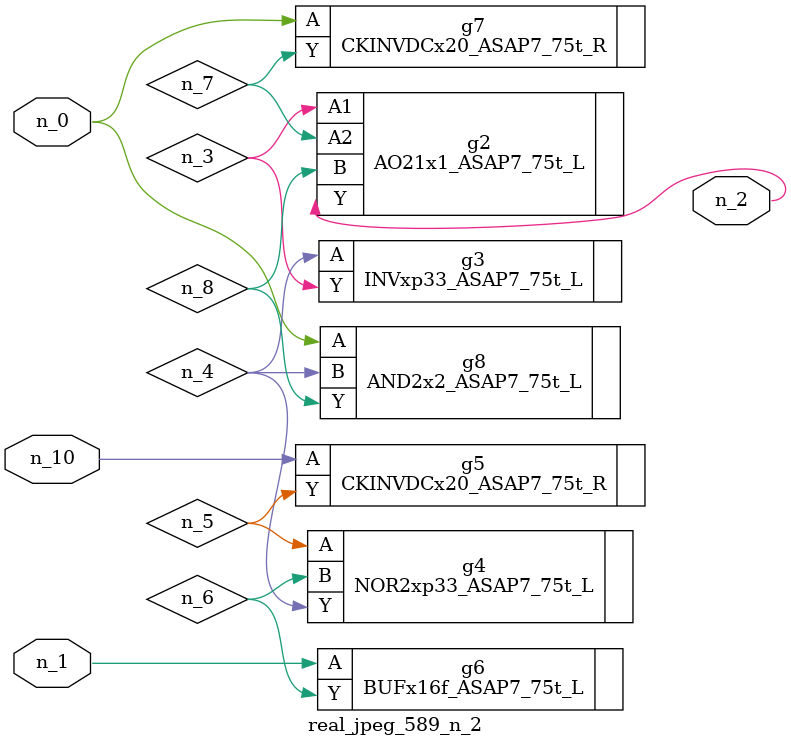
<source format=v>
module real_jpeg_589_n_2 (n_1, n_10, n_0, n_2);

input n_1;
input n_10;
input n_0;

output n_2;

wire n_5;
wire n_4;
wire n_8;
wire n_6;
wire n_7;
wire n_3;

CKINVDCx20_ASAP7_75t_R g7 ( 
.A(n_0),
.Y(n_7)
);

AND2x2_ASAP7_75t_L g8 ( 
.A(n_0),
.B(n_4),
.Y(n_8)
);

BUFx16f_ASAP7_75t_L g6 ( 
.A(n_1),
.Y(n_6)
);

AO21x1_ASAP7_75t_L g2 ( 
.A1(n_3),
.A2(n_7),
.B(n_8),
.Y(n_2)
);

INVxp33_ASAP7_75t_L g3 ( 
.A(n_4),
.Y(n_3)
);

NOR2xp33_ASAP7_75t_L g4 ( 
.A(n_5),
.B(n_6),
.Y(n_4)
);

CKINVDCx20_ASAP7_75t_R g5 ( 
.A(n_10),
.Y(n_5)
);


endmodule
</source>
